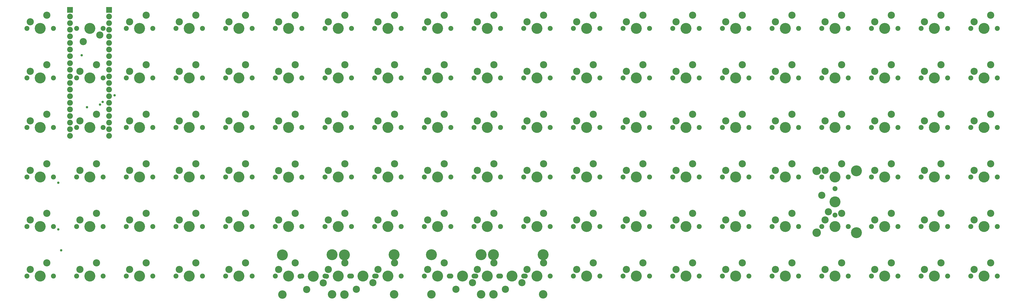
<source format=gbr>
G04 EAGLE Gerber RS-274X export*
G75*
%MOMM*%
%FSLAX34Y34*%
%LPD*%
%INSoldermask Top*%
%IPPOS*%
%AMOC8*
5,1,8,0,0,1.08239X$1,22.5*%
G01*
%ADD10C,4.203200*%
%ADD11C,1.903200*%
%ADD12C,2.743200*%
%ADD13R,2.203200X2.203200*%
%ADD14C,2.203200*%
%ADD15C,3.253200*%
%ADD16C,0.959600*%


D10*
X190500Y1143000D03*
D11*
X139700Y1143000D03*
X241300Y1143000D03*
D12*
X152400Y1168400D03*
X215900Y1193800D03*
D10*
X381000Y1143000D03*
D11*
X431800Y1143000D03*
X330200Y1143000D03*
D12*
X419100Y1117600D03*
X355600Y1092200D03*
D10*
X571500Y1143000D03*
D11*
X520700Y1143000D03*
X622300Y1143000D03*
D12*
X533400Y1168400D03*
X596900Y1193800D03*
D10*
X762000Y1143000D03*
D11*
X711200Y1143000D03*
X812800Y1143000D03*
D12*
X723900Y1168400D03*
X787400Y1193800D03*
D10*
X952500Y1143000D03*
D11*
X901700Y1143000D03*
X1003300Y1143000D03*
D12*
X914400Y1168400D03*
X977900Y1193800D03*
D10*
X1143000Y1143000D03*
D11*
X1092200Y1143000D03*
X1193800Y1143000D03*
D12*
X1104900Y1168400D03*
X1168400Y1193800D03*
D10*
X1333500Y1143000D03*
D11*
X1282700Y1143000D03*
X1384300Y1143000D03*
D12*
X1295400Y1168400D03*
X1358900Y1193800D03*
D10*
X1524000Y1143000D03*
D11*
X1473200Y1143000D03*
X1574800Y1143000D03*
D12*
X1485900Y1168400D03*
X1549400Y1193800D03*
D10*
X1714500Y1143000D03*
D11*
X1663700Y1143000D03*
X1765300Y1143000D03*
D12*
X1676400Y1168400D03*
X1739900Y1193800D03*
D10*
X1905000Y1143000D03*
D11*
X1854200Y1143000D03*
X1955800Y1143000D03*
D12*
X1866900Y1168400D03*
X1930400Y1193800D03*
D10*
X2095500Y1143000D03*
D11*
X2044700Y1143000D03*
X2146300Y1143000D03*
D12*
X2057400Y1168400D03*
X2120900Y1193800D03*
D10*
X2286000Y1143000D03*
D11*
X2235200Y1143000D03*
X2336800Y1143000D03*
D12*
X2247900Y1168400D03*
X2311400Y1193800D03*
D10*
X2476500Y1143000D03*
D11*
X2425700Y1143000D03*
X2527300Y1143000D03*
D12*
X2438400Y1168400D03*
X2501900Y1193800D03*
D10*
X2667000Y1143000D03*
D11*
X2616200Y1143000D03*
X2717800Y1143000D03*
D12*
X2628900Y1168400D03*
X2692400Y1193800D03*
D10*
X2857500Y1143000D03*
D11*
X2806700Y1143000D03*
X2908300Y1143000D03*
D12*
X2819400Y1168400D03*
X2882900Y1193800D03*
D10*
X3048000Y1143000D03*
D11*
X2997200Y1143000D03*
X3098800Y1143000D03*
D12*
X3009900Y1168400D03*
X3073400Y1193800D03*
D10*
X3238500Y1143000D03*
D11*
X3187700Y1143000D03*
X3289300Y1143000D03*
D12*
X3200400Y1168400D03*
X3263900Y1193800D03*
D10*
X3429000Y1143000D03*
D11*
X3378200Y1143000D03*
X3479800Y1143000D03*
D12*
X3390900Y1168400D03*
X3454400Y1193800D03*
D10*
X3619500Y1143000D03*
D11*
X3568700Y1143000D03*
X3670300Y1143000D03*
D12*
X3581400Y1168400D03*
X3644900Y1193800D03*
D10*
X3810000Y1143000D03*
D11*
X3759200Y1143000D03*
X3860800Y1143000D03*
D12*
X3771900Y1168400D03*
X3835400Y1193800D03*
D10*
X190500Y952500D03*
D11*
X139700Y952500D03*
X241300Y952500D03*
D12*
X152400Y977900D03*
X215900Y1003300D03*
D10*
X381000Y952500D03*
D11*
X330200Y952500D03*
X431800Y952500D03*
D12*
X342900Y977900D03*
X406400Y1003300D03*
D10*
X571500Y952500D03*
D11*
X520700Y952500D03*
X622300Y952500D03*
D12*
X533400Y977900D03*
X596900Y1003300D03*
D10*
X762000Y952500D03*
D11*
X711200Y952500D03*
X812800Y952500D03*
D12*
X723900Y977900D03*
X787400Y1003300D03*
D10*
X952500Y952500D03*
D11*
X901700Y952500D03*
X1003300Y952500D03*
D12*
X914400Y977900D03*
X977900Y1003300D03*
D10*
X1143000Y952500D03*
D11*
X1092200Y952500D03*
X1193800Y952500D03*
D12*
X1104900Y977900D03*
X1168400Y1003300D03*
D10*
X1333500Y952500D03*
D11*
X1282700Y952500D03*
X1384300Y952500D03*
D12*
X1295400Y977900D03*
X1358900Y1003300D03*
D10*
X1524000Y952500D03*
D11*
X1473200Y952500D03*
X1574800Y952500D03*
D12*
X1485900Y977900D03*
X1549400Y1003300D03*
D10*
X1714500Y952500D03*
D11*
X1663700Y952500D03*
X1765300Y952500D03*
D12*
X1676400Y977900D03*
X1739900Y1003300D03*
D10*
X1905000Y952500D03*
D11*
X1854200Y952500D03*
X1955800Y952500D03*
D12*
X1866900Y977900D03*
X1930400Y1003300D03*
D10*
X2095500Y952500D03*
D11*
X2044700Y952500D03*
X2146300Y952500D03*
D12*
X2057400Y977900D03*
X2120900Y1003300D03*
D10*
X2286000Y952500D03*
D11*
X2235200Y952500D03*
X2336800Y952500D03*
D12*
X2247900Y977900D03*
X2311400Y1003300D03*
D10*
X2476500Y952500D03*
D11*
X2425700Y952500D03*
X2527300Y952500D03*
D12*
X2438400Y977900D03*
X2501900Y1003300D03*
D10*
X2667000Y952500D03*
D11*
X2616200Y952500D03*
X2717800Y952500D03*
D12*
X2628900Y977900D03*
X2692400Y1003300D03*
D10*
X2857500Y952500D03*
D11*
X2806700Y952500D03*
X2908300Y952500D03*
D12*
X2819400Y977900D03*
X2882900Y1003300D03*
D10*
X3048000Y952500D03*
D11*
X2997200Y952500D03*
X3098800Y952500D03*
D12*
X3009900Y977900D03*
X3073400Y1003300D03*
D10*
X3238500Y952500D03*
D11*
X3187700Y952500D03*
X3289300Y952500D03*
D12*
X3200400Y977900D03*
X3263900Y1003300D03*
D10*
X3429000Y952500D03*
D11*
X3378200Y952500D03*
X3479800Y952500D03*
D12*
X3390900Y977900D03*
X3454400Y1003300D03*
D10*
X3619500Y952500D03*
D11*
X3568700Y952500D03*
X3670300Y952500D03*
D12*
X3581400Y977900D03*
X3644900Y1003300D03*
D10*
X3810000Y952500D03*
D11*
X3759200Y952500D03*
X3860800Y952500D03*
D12*
X3771900Y977900D03*
X3835400Y1003300D03*
D10*
X190500Y762000D03*
D11*
X139700Y762000D03*
X241300Y762000D03*
D12*
X152400Y787400D03*
X215900Y812800D03*
D10*
X381000Y762000D03*
D11*
X330200Y762000D03*
X431800Y762000D03*
D12*
X342900Y787400D03*
X406400Y812800D03*
D10*
X571500Y762000D03*
D11*
X520700Y762000D03*
X622300Y762000D03*
D12*
X533400Y787400D03*
X596900Y812800D03*
D10*
X762000Y762000D03*
D11*
X711200Y762000D03*
X812800Y762000D03*
D12*
X723900Y787400D03*
X787400Y812800D03*
D10*
X952500Y762000D03*
D11*
X901700Y762000D03*
X1003300Y762000D03*
D12*
X914400Y787400D03*
X977900Y812800D03*
D10*
X1143000Y762000D03*
D11*
X1092200Y762000D03*
X1193800Y762000D03*
D12*
X1104900Y787400D03*
X1168400Y812800D03*
D10*
X1333500Y762000D03*
D11*
X1282700Y762000D03*
X1384300Y762000D03*
D12*
X1295400Y787400D03*
X1358900Y812800D03*
D10*
X1524000Y762000D03*
D11*
X1473200Y762000D03*
X1574800Y762000D03*
D12*
X1485900Y787400D03*
X1549400Y812800D03*
D10*
X1714500Y762000D03*
D11*
X1663700Y762000D03*
X1765300Y762000D03*
D12*
X1676400Y787400D03*
X1739900Y812800D03*
D10*
X1905000Y762000D03*
D11*
X1854200Y762000D03*
X1955800Y762000D03*
D12*
X1866900Y787400D03*
X1930400Y812800D03*
D10*
X2095500Y762000D03*
D11*
X2044700Y762000D03*
X2146300Y762000D03*
D12*
X2057400Y787400D03*
X2120900Y812800D03*
D10*
X2286000Y762000D03*
D11*
X2235200Y762000D03*
X2336800Y762000D03*
D12*
X2247900Y787400D03*
X2311400Y812800D03*
D10*
X2476500Y762000D03*
D11*
X2425700Y762000D03*
X2527300Y762000D03*
D12*
X2438400Y787400D03*
X2501900Y812800D03*
D10*
X2667000Y762000D03*
D11*
X2616200Y762000D03*
X2717800Y762000D03*
D12*
X2628900Y787400D03*
X2692400Y812800D03*
D10*
X2857500Y762000D03*
D11*
X2806700Y762000D03*
X2908300Y762000D03*
D12*
X2819400Y787400D03*
X2882900Y812800D03*
D10*
X3048000Y762000D03*
D11*
X2997200Y762000D03*
X3098800Y762000D03*
D12*
X3009900Y787400D03*
X3073400Y812800D03*
D10*
X3238500Y762000D03*
D11*
X3187700Y762000D03*
X3289300Y762000D03*
D12*
X3200400Y787400D03*
X3263900Y812800D03*
D10*
X3429000Y762000D03*
D11*
X3378200Y762000D03*
X3479800Y762000D03*
D12*
X3390900Y787400D03*
X3454400Y812800D03*
D10*
X3619500Y762000D03*
D11*
X3568700Y762000D03*
X3670300Y762000D03*
D12*
X3581400Y787400D03*
X3644900Y812800D03*
D10*
X3810000Y762000D03*
D11*
X3759200Y762000D03*
X3860800Y762000D03*
D12*
X3771900Y787400D03*
X3835400Y812800D03*
D13*
X455000Y1213900D03*
D14*
X455000Y1188500D03*
X455000Y1163100D03*
X455000Y1137700D03*
X455000Y1112300D03*
X455000Y1086900D03*
X455000Y1061500D03*
X455000Y1036100D03*
D13*
X305000Y1213900D03*
D14*
X305000Y1188500D03*
X305000Y1163100D03*
X305000Y1137700D03*
X305000Y1112300D03*
X305000Y1086900D03*
X305000Y1061500D03*
X305000Y1036100D03*
X305000Y1009700D03*
X305000Y984300D03*
X305000Y958900D03*
X305000Y933500D03*
X305000Y908100D03*
X305000Y882700D03*
X305000Y857300D03*
X305000Y831900D03*
X305000Y806500D03*
X305000Y781100D03*
X305000Y755700D03*
X305000Y730300D03*
X455000Y1009700D03*
X455000Y984300D03*
X455000Y958900D03*
X455000Y933500D03*
X455000Y908100D03*
X455000Y882700D03*
X455000Y857300D03*
X455000Y831900D03*
X455000Y806500D03*
X455000Y781100D03*
X455000Y755700D03*
X455000Y730300D03*
D10*
X190500Y571500D03*
D11*
X139700Y571500D03*
X241300Y571500D03*
D12*
X152400Y596900D03*
X215900Y622300D03*
D10*
X381000Y571500D03*
D11*
X330200Y571500D03*
X431800Y571500D03*
D12*
X342900Y596900D03*
X406400Y622300D03*
D10*
X571500Y571500D03*
D11*
X520700Y571500D03*
X622300Y571500D03*
D12*
X533400Y596900D03*
X596900Y622300D03*
D10*
X762000Y571500D03*
D11*
X711200Y571500D03*
X812800Y571500D03*
D12*
X723900Y596900D03*
X787400Y622300D03*
D10*
X952500Y571500D03*
D11*
X901700Y571500D03*
X1003300Y571500D03*
D12*
X914400Y596900D03*
X977900Y622300D03*
D10*
X1143000Y571000D03*
D11*
X1092200Y571000D03*
X1193800Y571000D03*
D12*
X1104900Y596400D03*
X1168400Y621800D03*
D10*
X1333500Y571500D03*
D11*
X1282700Y571500D03*
X1384300Y571500D03*
D12*
X1295400Y596900D03*
X1358900Y622300D03*
D10*
X1524000Y571500D03*
D11*
X1473200Y571500D03*
X1574800Y571500D03*
D12*
X1485900Y596900D03*
X1549400Y622300D03*
D10*
X1714500Y571500D03*
D11*
X1663700Y571500D03*
X1765300Y571500D03*
D12*
X1676400Y596900D03*
X1739900Y622300D03*
D10*
X1905000Y571500D03*
D11*
X1854200Y571500D03*
X1955800Y571500D03*
D12*
X1866900Y596900D03*
X1930400Y622300D03*
D10*
X2095500Y571500D03*
D11*
X2044700Y571500D03*
X2146300Y571500D03*
D12*
X2057400Y596900D03*
X2120900Y622300D03*
D10*
X2286000Y571500D03*
D11*
X2235200Y571500D03*
X2336800Y571500D03*
D12*
X2247900Y596900D03*
X2311400Y622300D03*
D10*
X2476500Y571500D03*
D11*
X2425700Y571500D03*
X2527300Y571500D03*
D12*
X2438400Y596900D03*
X2501900Y622300D03*
D10*
X2667000Y571500D03*
D11*
X2616200Y571500D03*
X2717800Y571500D03*
D12*
X2628900Y596900D03*
X2692400Y622300D03*
D10*
X2857500Y571500D03*
D11*
X2806700Y571500D03*
X2908300Y571500D03*
D12*
X2819400Y596900D03*
X2882900Y622300D03*
D10*
X3048000Y571500D03*
D11*
X2997200Y571500D03*
X3098800Y571500D03*
D12*
X3009900Y596900D03*
X3073400Y622300D03*
D10*
X3238500Y571500D03*
D11*
X3187700Y571500D03*
X3289300Y571500D03*
D12*
X3200400Y596900D03*
X3263900Y622300D03*
D10*
X3429000Y571500D03*
D11*
X3378200Y571500D03*
X3479800Y571500D03*
D12*
X3390900Y596900D03*
X3454400Y622300D03*
D10*
X3619500Y571500D03*
D11*
X3568700Y571500D03*
X3670300Y571500D03*
D12*
X3581400Y596900D03*
X3644900Y622300D03*
D10*
X3810000Y571500D03*
D11*
X3759200Y571500D03*
X3860800Y571500D03*
D12*
X3771900Y596900D03*
X3835400Y622300D03*
D10*
X190500Y381000D03*
D11*
X139700Y381000D03*
X241300Y381000D03*
D12*
X152400Y406400D03*
X215900Y431800D03*
D10*
X381000Y381000D03*
D11*
X330200Y381000D03*
X431800Y381000D03*
D12*
X342900Y406400D03*
X406400Y431800D03*
D10*
X571500Y381000D03*
D11*
X520700Y381000D03*
X622300Y381000D03*
D12*
X533400Y406400D03*
X596900Y431800D03*
D10*
X762000Y381000D03*
D11*
X711200Y381000D03*
X812800Y381000D03*
D12*
X723900Y406400D03*
X787400Y431800D03*
D10*
X952500Y381000D03*
D11*
X901700Y381000D03*
X1003300Y381000D03*
D12*
X914400Y406400D03*
X977900Y431800D03*
D10*
X1143000Y381500D03*
D11*
X1092200Y381500D03*
X1193800Y381500D03*
D12*
X1104900Y406900D03*
X1168400Y432300D03*
D10*
X1333500Y381000D03*
D11*
X1282700Y381000D03*
X1384300Y381000D03*
D12*
X1295400Y406400D03*
X1358900Y431800D03*
D10*
X1524000Y381000D03*
D11*
X1473200Y381000D03*
X1574800Y381000D03*
D12*
X1485900Y406400D03*
X1549400Y431800D03*
D10*
X1714500Y381000D03*
D11*
X1663700Y381000D03*
X1765300Y381000D03*
D12*
X1676400Y406400D03*
X1739900Y431800D03*
D10*
X1905000Y381000D03*
D11*
X1854200Y381000D03*
X1955800Y381000D03*
D12*
X1866900Y406400D03*
X1930400Y431800D03*
D10*
X2095500Y381000D03*
D11*
X2044700Y381000D03*
X2146300Y381000D03*
D12*
X2057400Y406400D03*
X2120900Y431800D03*
D10*
X2286000Y381000D03*
D11*
X2235200Y381000D03*
X2336800Y381000D03*
D12*
X2247900Y406400D03*
X2311400Y431800D03*
D10*
X2476500Y381000D03*
D11*
X2425700Y381000D03*
X2527300Y381000D03*
D12*
X2438400Y406400D03*
X2501900Y431800D03*
D10*
X2667000Y381000D03*
D11*
X2616200Y381000D03*
X2717800Y381000D03*
D12*
X2628900Y406400D03*
X2692400Y431800D03*
D10*
X2857500Y381000D03*
D11*
X2806700Y381000D03*
X2908300Y381000D03*
D12*
X2819400Y406400D03*
X2882900Y431800D03*
D10*
X3048000Y381000D03*
D11*
X2997200Y381000D03*
X3098800Y381000D03*
D12*
X3009900Y406400D03*
X3073400Y431800D03*
D10*
X3238500Y381000D03*
D11*
X3187700Y381000D03*
X3289300Y381000D03*
D12*
X3200400Y406400D03*
X3263900Y431800D03*
D10*
X3429000Y381000D03*
D11*
X3378200Y381000D03*
X3479800Y381000D03*
D12*
X3390900Y406400D03*
X3454400Y431800D03*
D10*
X3619500Y381000D03*
D11*
X3568700Y381000D03*
X3670300Y381000D03*
D12*
X3581400Y406400D03*
X3644900Y431800D03*
D10*
X3810000Y381000D03*
D11*
X3759200Y381000D03*
X3860800Y381000D03*
D12*
X3771900Y406400D03*
X3835400Y431800D03*
D10*
X190500Y190500D03*
D11*
X139700Y190500D03*
X241300Y190500D03*
D12*
X152400Y215900D03*
X215900Y241300D03*
D10*
X381000Y190500D03*
D11*
X330200Y190500D03*
X431800Y190500D03*
D12*
X342900Y215900D03*
X406400Y241300D03*
D10*
X571500Y190500D03*
D11*
X520700Y190500D03*
X622300Y190500D03*
D12*
X533400Y215900D03*
X596900Y241300D03*
D10*
X762000Y190500D03*
D11*
X711200Y190500D03*
X812800Y190500D03*
D12*
X723900Y215900D03*
X787400Y241300D03*
D10*
X952500Y190500D03*
D11*
X901700Y190500D03*
X1003300Y190500D03*
D12*
X914400Y215900D03*
X977900Y241300D03*
D10*
X1143000Y190500D03*
D11*
X1092200Y190500D03*
X1193800Y190500D03*
D12*
X1104900Y215900D03*
X1168400Y241300D03*
D10*
X1333500Y190500D03*
D11*
X1282700Y190500D03*
X1384300Y190500D03*
D12*
X1295400Y215900D03*
X1358900Y241300D03*
D10*
X1524000Y190500D03*
D11*
X1473200Y190500D03*
X1574800Y190500D03*
D12*
X1485900Y215900D03*
X1549400Y241300D03*
D10*
X1714500Y190500D03*
D11*
X1663700Y190500D03*
X1765300Y190500D03*
D12*
X1676400Y215900D03*
X1739900Y241300D03*
D10*
X1905000Y190500D03*
D11*
X1854200Y190500D03*
X1955800Y190500D03*
D12*
X1866900Y215900D03*
X1930400Y241300D03*
D10*
X2095500Y190500D03*
D11*
X2044700Y190500D03*
X2146300Y190500D03*
D12*
X2057400Y215900D03*
X2120900Y241300D03*
D10*
X2286000Y190500D03*
D11*
X2235200Y190500D03*
X2336800Y190500D03*
D12*
X2247900Y215900D03*
X2311400Y241300D03*
D10*
X2476500Y190500D03*
D11*
X2425700Y190500D03*
X2527300Y190500D03*
D12*
X2438400Y215900D03*
X2501900Y241300D03*
D10*
X2667000Y190500D03*
D11*
X2616200Y190500D03*
X2717800Y190500D03*
D12*
X2628900Y215900D03*
X2692400Y241300D03*
D10*
X2857500Y190500D03*
D11*
X2806700Y190500D03*
X2908300Y190500D03*
D12*
X2819400Y215900D03*
X2882900Y241300D03*
D10*
X3048000Y190500D03*
D11*
X2997200Y190500D03*
X3098800Y190500D03*
D12*
X3009900Y215900D03*
X3073400Y241300D03*
D10*
X3238500Y190500D03*
D11*
X3187700Y190500D03*
X3289300Y190500D03*
D12*
X3200400Y215900D03*
X3263900Y241300D03*
D10*
X3429000Y190500D03*
D11*
X3378200Y190500D03*
X3479800Y190500D03*
D12*
X3390900Y215900D03*
X3454400Y241300D03*
D10*
X3619500Y190500D03*
D11*
X3568700Y190500D03*
X3670300Y190500D03*
D12*
X3581400Y215900D03*
X3644900Y241300D03*
D10*
X3810000Y190500D03*
D11*
X3759200Y190500D03*
X3860800Y190500D03*
D12*
X3771900Y215900D03*
X3835400Y241300D03*
D10*
X3238500Y476250D03*
D11*
X3238500Y425450D03*
X3238500Y527050D03*
D15*
X3168500Y357250D03*
X3168500Y595250D03*
D10*
X3320900Y357250D03*
X3320900Y595250D03*
D12*
X3213100Y438150D03*
X3187700Y501650D03*
D10*
X1428750Y190500D03*
D11*
X1479550Y190500D03*
X1377950Y190500D03*
D15*
X1547750Y120500D03*
X1309750Y120500D03*
D10*
X1547750Y272900D03*
X1309750Y272900D03*
D12*
X1466850Y165100D03*
X1403350Y139700D03*
D10*
X2000250Y190500D03*
D11*
X2051050Y190500D03*
X1949450Y190500D03*
D15*
X2119250Y120500D03*
X1881250Y120500D03*
D10*
X2119250Y272900D03*
X1881250Y272900D03*
D12*
X2038350Y165100D03*
X1974850Y139700D03*
D10*
X1238186Y189837D03*
D11*
X1288986Y189837D03*
X1187386Y189837D03*
D15*
X1357186Y119837D03*
X1119186Y119837D03*
D10*
X1357186Y272237D03*
X1119186Y272237D03*
D12*
X1276286Y164437D03*
X1212786Y139037D03*
D10*
X1810214Y190518D03*
D11*
X1861014Y190518D03*
X1759414Y190518D03*
D15*
X1929214Y120518D03*
X1691214Y120518D03*
D10*
X1929214Y272918D03*
X1691214Y272918D03*
D12*
X1848314Y165118D03*
X1784814Y139718D03*
D16*
X350000Y1040000D03*
X260000Y550000D03*
X260000Y370000D03*
X271252Y289832D03*
X370000Y840000D03*
X430000Y860000D03*
X475848Y885818D03*
X420000Y850000D03*
M02*

</source>
